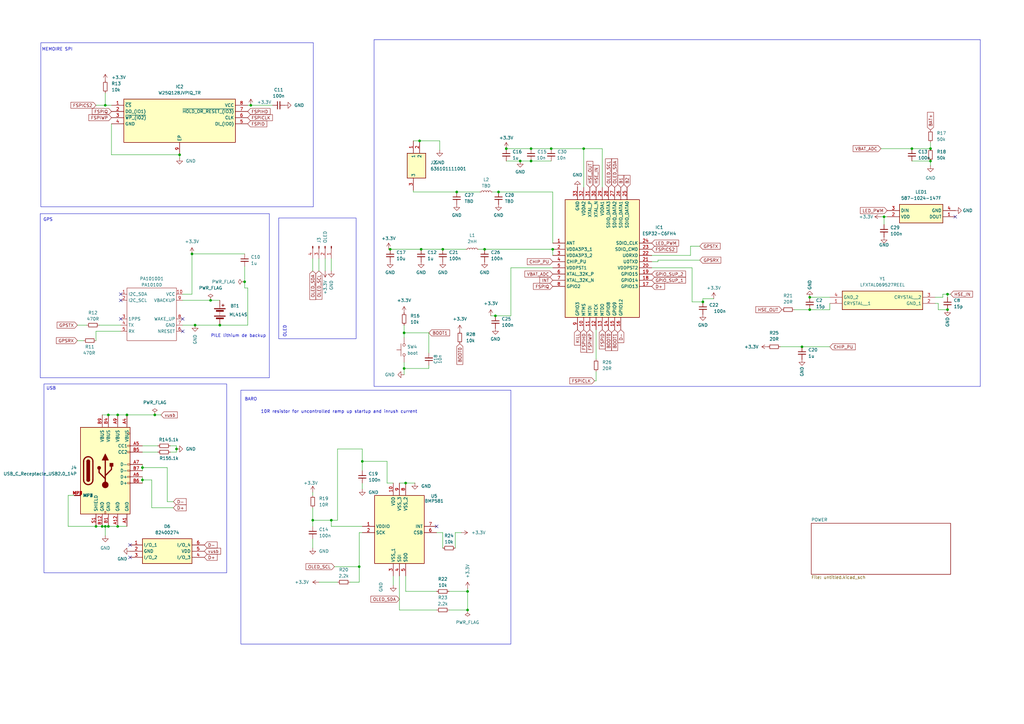
<source format=kicad_sch>
(kicad_sch (version 20250114) (generator "eeschema") (generator_version "9.0")
  (paper "A3")
  (rectangle (start 16.764 17.526) (end 128.524 84.836))
  (rectangle (start 114.3 138.938) (end 146.05 89.408))
  (rectangle (start 98.806 160.02) (end 209.55 264.16))
  (rectangle (start 16.51 87.63) (end 110.49 154.94))
  (rectangle (start 153.416 16.256) (end 402.082 158.496))
  (rectangle (start 18.034 157.48) (end 92.964 234.95))
  (text "10R resistor for uncontrolled ramp up startup and inrush current" (at 139.065 168.91 0) (effects (font (size 1.27 1.27))))
  (text "MEMOIRE SPI\n" (at 23.495 20.32 0) (effects (font (size 1.27 1.27))))
  (text "USB" (at 20.955 159.385 0) (effects (font (size 1.27 1.27))))
  (text "PILE lithium de backup" (at 97.79 137.795 0) (effects (font (size 1.27 1.27))))
  (text "BARO\n" (at 102.87 163.83 0) (effects (font (size 1.27 1.27))))
  (text "OLED" (at 116.84 135.89 90) (effects (font (size 1.27 1.27))))
  (text "GPS" (at 19.685 90.17 0) (effects (font (size 1.27 1.27))))
  (junction (at 381.635 60.96))
  (junction (at 160.02 102.235))
  (junction (at 239.395 60.96))
  (junction (at 48.26 215.9))
  (junction (at 72.39 184.15))
  (junction (at 388.62 120.65))
  (junction (at 172.72 102.235))
  (junction (at 191.77 250.19))
  (junction (at 44.45 215.9))
  (junction (at 100.33 115.57))
  (junction (at 217.805 60.96))
  (junction (at 78.74 104.14))
  (junction (at 165.735 151.13))
  (junction (at 102.87 43.18))
  (junction (at 58.42 191.77))
  (junction (at 187.325 78.74))
  (junction (at 86.36 123.19))
  (junction (at 63.5 170.18))
  (junction (at 226.695 102.235))
  (junction (at 41.91 215.9))
  (junction (at 80.01 133.35))
  (junction (at 374.015 60.96))
  (junction (at 362.585 88.9))
  (junction (at 191.77 242.57))
  (junction (at 203.2 129.54))
  (junction (at 207.645 60.96))
  (junction (at 204.47 78.74))
  (junction (at 43.18 43.18))
  (junction (at 43.18 215.9))
  (junction (at 226.06 60.96))
  (junction (at 48.26 170.18))
  (junction (at 166.37 198.12))
  (junction (at 58.42 196.85))
  (junction (at 198.755 102.235))
  (junction (at 135.89 213.36))
  (junction (at 165.735 136.525))
  (junction (at 147.32 232.41))
  (junction (at 332.105 121.92))
  (junction (at 217.805 66.04))
  (junction (at 39.37 215.9))
  (junction (at 288.29 123.825))
  (junction (at 172.085 57.785))
  (junction (at 213.36 66.04))
  (junction (at 388.62 127))
  (junction (at 148.59 189.23))
  (junction (at 90.17 133.35))
  (junction (at 44.45 170.18))
  (junction (at 332.105 127))
  (junction (at 73.66 63.5))
  (junction (at 328.93 142.24))
  (junction (at 52.07 170.18))
  (junction (at 128.27 213.36))
  (junction (at 381.635 66.04))
  (junction (at 181.61 102.235))
  (no_connect (at 49.53 120.65))
  (no_connect (at 49.53 123.19))
  (no_connect (at 391.795 88.9))
  (no_connect (at 53.34 228.6))
  (no_connect (at 49.53 130.81))
  (no_connect (at 74.93 135.89))
  (no_connect (at 53.34 223.52))
  (no_connect (at 179.07 215.9))
  (no_connect (at 74.93 130.81))
  (wire (pts (xy 181.61 102.235) (xy 191.135 102.235)))
  (wire (pts (xy 74.93 120.65) (xy 78.74 120.65)))
  (wire (pts (xy 381.635 58.42) (xy 381.635 60.96)))
  (wire (pts (xy 191.77 250.19) (xy 191.77 242.57)))
  (wire (pts (xy 384.81 127) (xy 388.62 127)))
  (wire (pts (xy 269.875 107.315) (xy 267.335 107.315)))
  (wire (pts (xy 374.015 66.04) (xy 381.635 66.04)))
  (wire (pts (xy 332.105 121.92) (xy 340.36 121.92)))
  (wire (pts (xy 39.37 215.9) (xy 41.91 215.9)))
  (wire (pts (xy 58.42 185.42) (xy 64.77 185.42)))
  (wire (pts (xy 186.69 224.79) (xy 186.69 218.44)))
  (wire (pts (xy 165.735 151.13) (xy 165.735 153.67)))
  (wire (pts (xy 128.27 208.28) (xy 128.27 213.36)))
  (wire (pts (xy 143.51 238.76) (xy 147.32 238.76)))
  (wire (pts (xy 361.315 60.96) (xy 374.015 60.96)))
  (wire (pts (xy 362.585 88.9) (xy 362.585 92.075)))
  (wire (pts (xy 169.545 57.785) (xy 172.085 57.785)))
  (wire (pts (xy 41.91 170.18) (xy 44.45 170.18)))
  (wire (pts (xy 45.72 63.5) (xy 45.72 50.8)))
  (wire (pts (xy 48.26 215.9) (xy 52.07 215.9)))
  (wire (pts (xy 68.58 205.74) (xy 68.58 191.77)))
  (wire (pts (xy 58.42 196.85) (xy 58.42 198.12)))
  (wire (pts (xy 184.15 250.19) (xy 191.77 250.19)))
  (wire (pts (xy 128.27 220.98) (xy 128.27 224.79)))
  (wire (pts (xy 288.29 122.555) (xy 292.735 122.555)))
  (wire (pts (xy 186.69 218.44) (xy 189.23 218.44)))
  (wire (pts (xy 133.35 111.125) (xy 133.35 106.045)))
  (wire (pts (xy 128.27 213.36) (xy 128.27 215.9)))
  (wire (pts (xy 386.715 121.92) (xy 383.54 121.92)))
  (wire (pts (xy 213.36 66.04) (xy 217.805 66.04)))
  (wire (pts (xy 161.29 236.22) (xy 161.29 240.03)))
  (wire (pts (xy 31.75 133.35) (xy 35.56 133.35)))
  (wire (pts (xy 69.85 182.88) (xy 72.39 182.88)))
  (wire (pts (xy 74.93 133.35) (xy 80.01 133.35)))
  (wire (pts (xy 283.845 109.855) (xy 267.335 109.855)))
  (wire (pts (xy 58.42 182.88) (xy 64.77 182.88)))
  (wire (pts (xy 44.45 170.18) (xy 48.26 170.18)))
  (wire (pts (xy 148.59 184.15) (xy 138.43 184.15)))
  (wire (pts (xy 135.89 111.125) (xy 135.89 106.045)))
  (wire (pts (xy 386.715 120.65) (xy 388.62 120.65)))
  (wire (pts (xy 100.33 115.57) (xy 100.33 118.11)))
  (wire (pts (xy 58.42 191.77) (xy 58.42 193.04)))
  (wire (pts (xy 40.64 133.35) (xy 49.53 133.35)))
  (wire (pts (xy 72.39 185.42) (xy 72.39 184.15)))
  (wire (pts (xy 384.81 124.46) (xy 384.81 127)))
  (wire (pts (xy 175.895 136.525) (xy 175.895 144.78)))
  (wire (pts (xy 175.895 149.86) (xy 175.895 151.13)))
  (wire (pts (xy 101.6 118.11) (xy 101.6 133.35)))
  (wire (pts (xy 325.755 127) (xy 332.105 127)))
  (wire (pts (xy 58.42 195.58) (xy 58.42 196.85)))
  (wire (pts (xy 39.37 135.89) (xy 49.53 135.89)))
  (wire (pts (xy 226.695 99.695) (xy 226.695 78.74)))
  (wire (pts (xy 130.81 238.76) (xy 138.43 238.76)))
  (wire (pts (xy 175.895 151.13) (xy 165.735 151.13)))
  (wire (pts (xy 148.59 215.9) (xy 135.89 215.9)))
  (wire (pts (xy 283.845 123.825) (xy 283.845 109.855)))
  (wire (pts (xy 181.61 218.44) (xy 179.07 218.44)))
  (wire (pts (xy 187.325 78.74) (xy 196.85 78.74)))
  (wire (pts (xy 43.18 43.18) (xy 43.18 38.1)))
  (wire (pts (xy 269.875 106.68) (xy 287.02 106.68)))
  (wire (pts (xy 239.395 60.96) (xy 239.395 76.835)))
  (wire (pts (xy 159.385 102.235) (xy 160.02 102.235)))
  (wire (pts (xy 78.74 120.65) (xy 78.74 104.14)))
  (wire (pts (xy 39.37 139.7) (xy 39.37 135.89)))
  (wire (pts (xy 209.55 109.855) (xy 209.55 129.54)))
  (wire (pts (xy 269.875 106.68) (xy 269.875 107.315)))
  (wire (pts (xy 100.33 109.22) (xy 100.33 115.57)))
  (wire (pts (xy 101.6 133.35) (xy 90.17 133.35)))
  (wire (pts (xy 163.83 250.19) (xy 179.07 250.19)))
  (wire (pts (xy 184.15 242.57) (xy 191.77 242.57)))
  (wire (pts (xy 181.61 224.79) (xy 181.61 218.44)))
  (wire (pts (xy 191.77 242.57) (xy 191.77 241.3)))
  (wire (pts (xy 340.36 127) (xy 340.36 124.46)))
  (wire (pts (xy 62.23 196.85) (xy 58.42 196.85)))
  (wire (pts (xy 74.93 123.19) (xy 86.36 123.19)))
  (wire (pts (xy 147.32 232.41) (xy 137.16 232.41)))
  (wire (pts (xy 158.75 189.23) (xy 148.59 189.23)))
  (wire (pts (xy 328.93 142.24) (xy 340.36 142.24)))
  (wire (pts (xy 169.545 78.74) (xy 169.545 78.105)))
  (wire (pts (xy 135.89 215.9) (xy 135.89 213.36)))
  (wire (pts (xy 388.62 120.65) (xy 389.89 120.65)))
  (wire (pts (xy 160.02 102.235) (xy 172.72 102.235)))
  (wire (pts (xy 43.18 215.9) (xy 43.18 219.71)))
  (wire (pts (xy 201.93 78.74) (xy 204.47 78.74)))
  (wire (pts (xy 148.59 198.12) (xy 148.59 200.66)))
  (wire (pts (xy 86.36 123.19) (xy 90.17 123.19)))
  (wire (pts (xy 165.735 133.35) (xy 165.735 136.525)))
  (wire (pts (xy 44.45 215.9) (xy 43.18 215.9)))
  (wire (pts (xy 226.695 109.855) (xy 209.55 109.855)))
  (wire (pts (xy 39.37 43.18) (xy 43.18 43.18)))
  (wire (pts (xy 320.04 142.24) (xy 328.93 142.24)))
  (wire (pts (xy 62.23 208.28) (xy 71.12 208.28)))
  (wire (pts (xy 244.475 156.21) (xy 243.84 156.21)))
  (wire (pts (xy 226.695 78.74) (xy 204.47 78.74)))
  (wire (pts (xy 226.695 102.235) (xy 226.695 104.775)))
  (wire (pts (xy 203.2 129.54) (xy 209.55 129.54)))
  (wire (pts (xy 388.62 120.65) (xy 388.62 121.92)))
  (wire (pts (xy 163.83 198.12) (xy 166.37 198.12)))
  (wire (pts (xy 148.59 189.23) (xy 148.59 193.04)))
  (wire (pts (xy 165.735 148.59) (xy 165.735 151.13)))
  (wire (pts (xy 244.475 152.4) (xy 244.475 156.21)))
  (wire (pts (xy 135.89 213.36) (xy 128.27 213.36)))
  (wire (pts (xy 217.805 60.96) (xy 226.06 60.96)))
  (wire (pts (xy 201.295 129.54) (xy 203.2 129.54)))
  (wire (pts (xy 267.335 104.775) (xy 283.21 104.775)))
  (wire (pts (xy 158.75 198.12) (xy 158.75 189.23)))
  (wire (pts (xy 68.58 205.74) (xy 71.12 205.74)))
  (wire (pts (xy 288.29 123.825) (xy 288.29 122.555)))
  (wire (pts (xy 244.475 135.255) (xy 244.475 147.32)))
  (wire (pts (xy 102.87 43.18) (xy 111.76 43.18)))
  (wire (pts (xy 27.94 203.2) (xy 30.48 203.2)))
  (wire (pts (xy 198.755 102.235) (xy 226.695 102.235)))
  (wire (pts (xy 166.37 198.12) (xy 170.18 198.12)))
  (wire (pts (xy 128.27 111.125) (xy 128.27 106.045)))
  (wire (pts (xy 69.85 185.42) (xy 72.39 185.42)))
  (wire (pts (xy 381.635 67.945) (xy 381.635 66.04)))
  (wire (pts (xy 27.94 215.9) (xy 27.94 203.2)))
  (wire (pts (xy 169.545 78.74) (xy 187.325 78.74)))
  (wire (pts (xy 148.59 218.44) (xy 147.32 218.44)))
  (wire (pts (xy 332.105 127) (xy 340.36 127)))
  (wire (pts (xy 138.43 184.15) (xy 138.43 213.36)))
  (wire (pts (xy 161.29 198.12) (xy 158.75 198.12)))
  (wire (pts (xy 78.74 104.14) (xy 100.33 104.14)))
  (wire (pts (xy 165.735 136.525) (xy 175.895 136.525)))
  (wire (pts (xy 247.015 60.96) (xy 239.395 60.96)))
  (wire (pts (xy 73.66 63.5) (xy 73.66 64.77)))
  (wire (pts (xy 166.37 236.22) (xy 166.37 242.57)))
  (wire (pts (xy 43.18 215.9) (xy 41.91 215.9)))
  (wire (pts (xy 383.54 124.46) (xy 384.81 124.46)))
  (wire (pts (xy 207.645 60.96) (xy 217.805 60.96)))
  (wire (pts (xy 100.33 118.11) (xy 101.6 118.11)))
  (wire (pts (xy 207.645 66.04) (xy 213.36 66.04)))
  (wire (pts (xy 147.32 238.76) (xy 147.32 232.41)))
  (wire (pts (xy 27.94 215.9) (xy 39.37 215.9)))
  (wire (pts (xy 45.72 43.18) (xy 43.18 43.18)))
  (wire (pts (xy 166.37 242.57) (xy 179.07 242.57)))
  (wire (pts (xy 247.015 60.96) (xy 247.015 76.835)))
  (wire (pts (xy 386.715 120.65) (xy 386.715 121.92)))
  (wire (pts (xy 31.75 139.7) (xy 34.29 139.7)))
  (wire (pts (xy 102.87 43.18) (xy 101.6 43.18)))
  (wire (pts (xy 283.21 104.775) (xy 283.21 100.965)))
  (wire (pts (xy 58.42 190.5) (xy 58.42 191.77)))
  (wire (pts (xy 361.315 88.9) (xy 362.585 88.9)))
  (wire (pts (xy 163.83 236.22) (xy 163.83 250.19)))
  (wire (pts (xy 172.085 57.785) (xy 180.34 57.785)))
  (wire (pts (xy 226.06 60.96) (xy 239.395 60.96)))
  (wire (pts (xy 138.43 213.36) (xy 135.89 213.36)))
  (wire (pts (xy 196.215 102.235) (xy 198.755 102.235)))
  (wire (pts (xy 68.58 191.77) (xy 58.42 191.77)))
  (wire (pts (xy 148.59 184.15) (xy 148.59 189.23)))
  (wire (pts (xy 362.585 88.9) (xy 363.855 88.9)))
  (wire (pts (xy 130.81 111.125) (xy 130.81 106.045)))
  (wire (pts (xy 165.735 138.43) (xy 165.735 136.525)))
  (wire (pts (xy 73.66 63.5) (xy 45.72 63.5)))
  (wire (pts (xy 374.015 60.96) (xy 381.635 60.96)))
  (wire (pts (xy 72.39 182.88) (xy 72.39 184.15)))
  (wire (pts (xy 172.72 102.235) (xy 181.61 102.235)))
  (wire (pts (xy 217.805 66.04) (xy 226.06 66.04)))
  (wire (pts (xy 48.26 170.18) (xy 52.07 170.18)))
  (wire (pts (xy 180.34 57.785) (xy 180.34 61.595)))
  (wire (pts (xy 283.845 123.825) (xy 288.29 123.825)))
  (wire (pts (xy 62.23 208.28) (xy 62.23 196.85)))
  (wire (pts (xy 80.01 133.35) (xy 90.17 133.35)))
  (wire (pts (xy 128.27 201.93) (xy 128.27 203.2)))
  (wire (pts (xy 52.07 170.18) (xy 63.5 170.18)))
  (wire (pts (xy 63.5 170.18) (xy 66.04 170.18)))
  (wire (pts (xy 283.21 100.965) (xy 287.02 100.965)))
  (wire (pts (xy 147.32 218.44) (xy 147.32 232.41)))
  (wire (pts (xy 48.26 215.9) (xy 44.45 215.9)))
  (global_label "OLED_SCL" (shape input) (at 137.16 232.41 180) (property "Intersheetrefs" "${INTERSHEET_REFS}" (effects (hide yes))))
  (global_label "LED_PWM" (shape input) (at 267.335 99.695 0) (property "Intersheetrefs" "${INTERSHEET_REFS}" (effects (hide yes))))
  (global_label "INT" (shape input) (at 226.695 114.935 180) (property "Intersheetrefs" "${INTERSHEET_REFS}" (effects (hide yes))))
  (global_label "vusb" (shape input) (at 83.82 226.06 0) (property "Intersheetrefs" "${INTERSHEET_REFS}" (effects (hide yes))))
  (global_label "GPSRX" (shape input) (at 31.75 139.7 180) (property "Intersheetrefs" "${INTERSHEET_REFS}" (effects (hide yes))))
  (global_label "vusb" (shape input) (at 66.04 170.18 0) (property "Intersheetrefs" "${INTERSHEET_REFS}" (effects (hide yes))))
  (global_label "GPIO_SUP_2" (shape input) (at 267.335 112.395 0) (property "Intersheetrefs" "${INTERSHEET_REFS}" (effects (hide yes))))
  (global_label "BOOT0" (shape input) (at 249.555 135.255 270) (property "Intersheetrefs" "${INTERSHEET_REFS}" (effects (hide yes))))
  (global_label "CHIP_PU" (shape input) (at 226.695 107.315 180) (property "Intersheetrefs" "${INTERSHEET_REFS}" (effects (hide yes))))
  (global_label "OLED_SCL" (shape input) (at 130.81 111.125 270) (property "Intersheetrefs" "${INTERSHEET_REFS}" (effects (hide yes))))
  (global_label "B1" (shape input) (at 254.635 76.835 90) (property "Intersheetrefs" "${INTERSHEET_REFS}" (effects (hide yes))))
  (global_label "B2" (shape input) (at 257.175 76.835 90) (property "Intersheetrefs" "${INTERSHEET_REFS}" (effects (hide yes))))
  (global_label "FSPIHD" (shape input) (at 101.6 45.72 0) (property "Intersheetrefs" "${INTERSHEET_REFS}" (effects (hide yes))))
  (global_label "GPSTX" (shape input) (at 287.02 100.965 0) (property "Intersheetrefs" "${INTERSHEET_REFS}" (effects (hide yes))))
  (global_label "OLED_SDA" (shape input) (at 252.095 76.835 90) (property "Intersheetrefs" "${INTERSHEET_REFS}" (effects (hide yes))))
  (global_label "BOOT0" (shape input) (at 188.595 140.97 270) (property "Intersheetrefs" "${INTERSHEET_REFS}" (effects (hide yes))))
  (global_label "FSPIWP" (shape input) (at 241.935 135.255 270) (property "Intersheetrefs" "${INTERSHEET_REFS}" (effects (hide yes))))
  (global_label "FSPIWP" (shape input) (at 45.72 48.26 180) (property "Intersheetrefs" "${INTERSHEET_REFS}" (effects (hide yes))))
  (global_label "VBAT_ADC" (shape input) (at 361.315 60.96 180) (property "Intersheetrefs" "${INTERSHEET_REFS}" (effects (hide yes))))
  (global_label "FSPID" (shape input) (at 101.6 50.8 0) (property "Intersheetrefs" "${INTERSHEET_REFS}" (effects (hide yes))))
  (global_label "D-" (shape input) (at 254.635 135.255 270) (property "Intersheetrefs" "${INTERSHEET_REFS}" (effects (hide yes))))
  (global_label "FSPICS2" (shape input) (at 267.335 102.235 0) (property "Intersheetrefs" "${INTERSHEET_REFS}" (effects (hide yes))))
  (global_label "FSPIQ" (shape input) (at 45.72 45.72 180) (property "Intersheetrefs" "${INTERSHEET_REFS}" (effects (hide yes))))
  (global_label "BAT+" (shape input) (at 381.635 53.34 90) (property "Intersheetrefs" "${INTERSHEET_REFS}" (effects (hide yes))))
  (global_label "KILL" (shape input) (at 236.855 135.255 270) (property "Intersheetrefs" "${INTERSHEET_REFS}" (effects (hide yes))))
  (global_label "OLED_SCL" (shape input) (at 249.555 76.835 90) (property "Intersheetrefs" "${INTERSHEET_REFS}" (effects (hide yes))))
  (global_label "HSE_IN" (shape input) (at 389.89 120.65 0) (property "Intersheetrefs" "${INTERSHEET_REFS}" (effects (hide yes))))
  (global_label "D-" (shape input) (at 83.82 223.52 0) (property "Intersheetrefs" "${INTERSHEET_REFS}" (effects (hide yes))))
  (global_label "FSPICS2" (shape input) (at 39.37 43.18 180) (property "Intersheetrefs" "${INTERSHEET_REFS}" (effects (hide yes))))
  (global_label "CHIP_PU" (shape input) (at 340.36 142.24 0) (property "Intersheetrefs" "${INTERSHEET_REFS}" (effects (hide yes))))
  (global_label "FSPICLK" (shape input) (at 101.6 48.26 0) (property "Intersheetrefs" "${INTERSHEET_REFS}" (effects (hide yes))))
  (global_label "LED_PWM" (shape input) (at 363.855 86.36 180) (property "Intersheetrefs" "${INTERSHEET_REFS}" (effects (hide yes))))
  (global_label "HSE_OUT" (shape input) (at 320.675 127 180) (property "Intersheetrefs" "${INTERSHEET_REFS}" (effects (hide yes))))
  (global_label "FSPID" (shape input) (at 247.015 135.255 270) (property "Intersheetrefs" "${INTERSHEET_REFS}" (effects (hide yes))))
  (global_label "GPSRX" (shape input) (at 287.02 106.68 0) (property "Intersheetrefs" "${INTERSHEET_REFS}" (effects (hide yes))))
  (global_label "GPSTX" (shape input) (at 31.75 133.35 180) (property "Intersheetrefs" "${INTERSHEET_REFS}" (effects (hide yes))))
  (global_label "BOOT1" (shape input) (at 252.095 135.255 270) (property "Intersheetrefs" "${INTERSHEET_REFS}" (effects (hide yes))))
  (global_label "GPIO_SUP_1" (shape input) (at 267.335 114.935 0) (property "Intersheetrefs" "${INTERSHEET_REFS}" (effects (hide yes))))
  (global_label "D+" (shape input) (at 71.12 208.28 0) (property "Intersheetrefs" "${INTERSHEET_REFS}" (effects (hide yes))))
  (global_label "FSPICLK" (shape input) (at 243.84 156.21 180) (property "Intersheetrefs" "${INTERSHEET_REFS}" (effects (hide yes))))
  (global_label "D-" (shape input) (at 71.12 205.74 0) (property "Intersheetrefs" "${INTERSHEET_REFS}" (effects (hide yes))))
  (global_label "BOOT1" (shape input) (at 175.895 136.525 0) (property "Intersheetrefs" "${INTERSHEET_REFS}" (effects (hide yes))))
  (global_label "OLED_SDA" (shape input) (at 128.27 111.125 270) (property "Intersheetrefs" "${INTERSHEET_REFS}" (effects (hide yes))))
  (global_label "VBAT_ADC" (shape input) (at 226.695 112.395 180) (property "Intersheetrefs" "${INTERSHEET_REFS}" (effects (hide yes))))
  (global_label "D+" (shape input) (at 83.82 228.6 0) (property "Intersheetrefs" "${INTERSHEET_REFS}" (effects (hide yes))))
  (global_label "HSE_IN" (shape input) (at 244.475 76.835 90) (property "Intersheetrefs" "${INTERSHEET_REFS}" (effects (hide yes))))
  (global_label "HSE_OUT" (shape input) (at 241.935 76.835 90) (property "Intersheetrefs" "${INTERSHEET_REFS}" (effects (hide yes))))
  (global_label "FSPIHD" (shape input) (at 239.395 135.255 270) (property "Intersheetrefs" "${INTERSHEET_REFS}" (effects (hide yes))))
  (global_label "D+" (shape input) (at 267.335 117.475 0) (property "Intersheetrefs" "${INTERSHEET_REFS}" (effects (hide yes))))
  (global_label "OLED_SDA" (shape input) (at 163.83 245.745 180) (property "Intersheetrefs" "${INTERSHEET_REFS}" (effects (hide yes))))
  (global_label "FSPIQ" (shape input) (at 226.695 117.475 180) (property "Intersheetrefs" "${INTERSHEET_REFS}" (effects (hide yes))))
  (symbol (lib_id "Device:R_Small") (at 181.61 242.57 90) (unit 1)
    (property "Reference" "R22" (at 181.61 237.49 90))
    (property "Value" "10k" (at 181.61 240.03 90))
    (property "Footprint" "Resistor_SMD:R_0201_0603Metric" (effects (hide yes)))
    (property "Description" "Resistor, small symbol" (effects (hide yes)))
  )
  (symbol (lib_id "Device:C_Small") (at 114.3 43.18 90) (unit 1)
    (property "Reference" "C11" (at 114.3063 36.83 90))
    (property "Value" "100n" (at 114.3063 39.37 90))
    (property "Footprint" "Capacitor_SMD:C_0201_0603Metric" (effects (hide yes)))
    (property "Description" "Unpolarized capacitor, small symbol" (effects (hide yes)))
  )
  (symbol (lib_id "Device:C_Small") (at 374.015 63.5 0) (unit 1)
    (property "Reference" "C13" (at 376.555 62.2362 0) (effects (justify left)))
    (property "Value" "100n" (at 376.555 64.7762 0) (effects (justify left)))
    (property "Footprint" "Capacitor_SMD:C_0201_0603Metric" (effects (hide yes)))
    (property "Description" "Unpolarized capacitor, small symbol" (effects (hide yes)))
  )
  (symbol (lib_id "Vraielogousbcwurth:USB_C_Receptacle_USB2.0_14P") (at 43.18 193.04 0) (unit 1)
    (property "Reference" "J4" (at 31.496 191.7699 0) (effects (justify right)))
    (property "Value" "USB_C_Receptacle_USB2.0_14P" (at 31.496 194.3099 0) (effects (justify right)))
    (property "Footprint" "samacsys:USB4110GFA" (effects (hide yes)))
    (property "Datasheet" "https://www.usb.org/sites/default/files/documents/usb_type-c.zip" (effects (hide yes)))
    (property "Description" "USB 2.0-only 14P Type-C Receptacle connector" (effects (hide yes)))
  )
  (symbol (lib_id "Device:C_Small") (at 332.105 124.46 0) (unit 1)
    (property "Reference" "C2" (at 334.645 123.1962 0) (effects (justify left)))
    (property "Value" "15p" (at 334.645 125.7362 0) (effects (justify left)))
    (property "Footprint" "Capacitor_SMD:C_0201_0603Metric" (effects (hide yes)))
    (property "Description" "Unpolarized capacitor, small symbol" (effects (hide yes)))
  )
  (symbol (lib_id "power:GND") (at 161.29 240.03 0) (unit 1)
    (property "Reference" "#PWR048" (effects (hide yes)))
    (property "Value" "GND" (at 156.21 242.824 90) (effects (justify left)))
    (property "Description" "Power symbol creates a global label with name \"GND\" , ground" (effects (hide yes)))
  )
  (symbol (lib_id "power:+3.3V") (at 189.23 218.44 270) (unit 1)
    (property "Reference" "#PWR052" (effects (hide yes)))
    (property "Value" "+3.3V" (at 193.294 218.44 90) (effects (justify left)))
    (property "Description" "Power symbol creates a global label with name \"+3.3V\"" (effects (hide yes)))
  )
  (symbol (lib_id "power:GND") (at 391.795 86.36 90) (unit 1)
    (property "Reference" "#PWR062" (effects (hide yes)))
    (property "Value" "GND" (at 396.875 86.36 90))
    (property "Description" "Power symbol creates a global label with name \"GND\" , ground" (effects (hide yes)))
  )
  (symbol (lib_id "Device:C_Small") (at 328.93 144.78 0) (unit 1)
    (property "Reference" "C20" (at 331.47 143.5162 0) (effects (justify left)))
    (property "Value" "1u" (at 331.47 146.0562 0) (effects (justify left)))
    (property "Footprint" "Capacitor_SMD:C_0402_1005Metric" (effects (hide yes)))
    (property "Description" "Unpolarized capacitor, small symbol" (effects (hide yes)))
  )
  (symbol (lib_id "power:GND") (at 236.855 76.835 180) (unit 1)
    (property "Reference" "#PWR079" (effects (hide yes)))
    (property "Value" "GND" (at 236.855 71.755 0))
    (property "Description" "Power symbol creates a global label with name \"GND\" , ground" (effects (hide yes)))
  )
  (symbol (lib_id "Device:R_Small") (at 140.97 238.76 90) (unit 1)
    (property "Reference" "R20" (at 140.97 233.68 90))
    (property "Value" "2.2k" (at 140.97 236.22 90))
    (property "Footprint" "Resistor_SMD:R_0201_0603Metric" (effects (hide yes)))
    (property "Description" "Resistor, small symbol" (effects (hide yes)))
  )
  (symbol (lib_id "power:GND") (at 187.325 83.82 0) (unit 1)
    (property "Reference" "#PWR041" (effects (hide yes)))
    (property "Value" "GND" (at 187.325 88.265 0))
    (property "Description" "Power symbol creates a global label with name \"GND\" , ground" (effects (hide yes)))
  )
  (symbol (lib_id "power:GND") (at 332.105 121.92 180) (unit 1)
    (property "Reference" "#PWR069" (effects (hide yes)))
    (property "Value" "GND" (at 332.105 116.84 90))
    (property "Description" "Power symbol creates a global label with name \"GND\" , ground" (effects (hide yes)))
  )
  (symbol (lib_id "Device:R_Small") (at 165.735 130.81 0) (unit 1)
    (property "Reference" "R16" (at 168.275 129.5399 0) (effects (justify left)))
    (property "Value" "10k" (at 168.275 132.0799 0) (effects (justify left)))
    (property "Footprint" "Resistor_SMD:R_0201_0603Metric" (effects (hide yes)))
    (property "Description" "Resistor, small symbol" (effects (hide yes)))
  )
  (symbol (lib_id "Device:R_Small") (at 128.27 205.74 0) (unit 1)
    (property "Reference" "R19" (at 130.81 204.4699 0) (effects (justify left)))
    (property "Value" "10R" (at 130.81 207.0099 0) (effects (justify left)))
    (property "Footprint" "Resistor_SMD:R_0201_0603Metric" (effects (hide yes)))
    (property "Description" "Resistor, small symbol" (effects (hide yes)))
  )
  (symbol (lib_id "power:GND") (at 381.635 67.945 0) (unit 1)
    (property "Reference" "#PWR032" (effects (hide yes)))
    (property "Value" "GND" (at 381.635 73.025 0))
    (property "Description" "Power symbol creates a global label with name \"GND\" , ground" (effects (hide yes)))
  )
  (symbol (lib_id "power:GND") (at 181.61 107.315 0) (unit 1)
    (property "Reference" "#PWR038" (effects (hide yes)))
    (property "Value" "GND" (at 181.61 111.76 0))
    (property "Description" "Power symbol creates a global label with name \"GND\" , ground" (effects (hide yes)))
  )
  (symbol (lib_id "power:PWR_FLAG") (at 100.33 115.57 90) (unit 1)
    (property "Reference" "#FLG03" (effects (hide yes)))
    (property "Value" "PWR_FLAG" (at 96.52 115.5699 90) (effects (justify left)))
    (property "Description" "Special symbol for telling ERC where power comes from" (effects (hide yes)))
  )
  (symbol (lib_id "Device:C_Small") (at 172.72 104.775 0) (unit 1)
    (property "Reference" "C12" (at 175.26 103.5112 0) (effects (justify left)))
    (property "Value" "1u" (at 175.26 106.0512 0) (effects (justify left)))
    (property "Footprint" "Capacitor_SMD:C_0402_1005Metric" (effects (hide yes)))
    (property "Description" "Unpolarized capacitor, small symbol" (effects (hide yes)))
  )
  (symbol (lib_id "Device:R_Small") (at 36.83 139.7 270) (unit 1)
    (property "Reference" "R11" (at 36.83 142.24 90))
    (property "Value" "470R" (at 36.576 144.78 90))
    (property "Footprint" "Resistor_SMD:R_0201_0603Metric" (effects (hide yes)))
    (property "Description" "Resistor, small symbol" (effects (hide yes)))
  )
  (symbol (lib_id "Device:R_Small") (at 244.475 149.86 180) (unit 1)
    (property "Reference" "R26" (at 247.015 148.5899 0) (effects (justify right)))
    (property "Value" "20R" (at 247.015 151.1299 0) (effects (justify right)))
    (property "Footprint" "Resistor_SMD:R_0201_0603Metric" (effects (hide yes)))
    (property "Description" "Resistor, small symbol" (effects (hide yes)))
  )
  (symbol (lib_id "Device:R_Small") (at 67.31 185.42 90) (unit 1)
    (property "Reference" "R15" (at 67.31 187.96 90))
    (property "Value" "5.1k" (at 71.12 187.96 90))
    (property "Footprint" "Resistor_SMD:R_0201_0603Metric" (effects (hide yes)))
    (property "Description" "Resistor, small symbol" (effects (hide yes)))
  )
  (symbol (lib_id "power:GND") (at 362.585 97.155 0) (unit 1)
    (property "Reference" "#PWR063" (effects (hide yes)))
    (property "Value" "GND" (at 362.585 100.457 0))
    (property "Description" "Power symbol creates a global label with name \"GND\" , ground" (effects (hide yes)))
  )
  (symbol (lib_id "power:GND") (at 388.62 127 0) (unit 1)
    (property "Reference" "#PWR068" (effects (hide yes)))
    (property "Value" "GND" (at 388.62 132.08 90))
    (property "Description" "Power symbol creates a global label with name \"GND\" , ground" (effects (hide yes)))
  )
  (symbol (lib_id "power:+3.3V") (at 188.595 135.89 0) (unit 1)
    (property "Reference" "#PWR072" (effects (hide yes)))
    (property "Value" "+3.3V" (at 188.595 130.81 0))
    (property "Description" "Power symbol creates a global label with name \"+3.3V\"" (effects (hide yes)))
  )
  (symbol (lib_id "Device:R_Small") (at 67.31 182.88 90) (unit 1)
    (property "Reference" "R14" (at 67.056 180.34 90))
    (property "Value" "5.1k" (at 71.12 180.34 90))
    (property "Footprint" "Resistor_SMD:R_0201_0603Metric" (effects (hide yes)))
    (property "Description" "Resistor, small symbol" (effects (hide yes)))
  )
  (symbol (lib_id "Device:C_Small") (at 175.895 147.32 180) (unit 1)
    (property "Reference" "C18" (at 178.689 147.32 90))
    (property "Value" "10n" (at 180.467 147.32 90))
    (property "Footprint" "Capacitor_SMD:C_0201_0603Metric" (effects (hide yes)))
    (property "Description" "Unpolarized capacitor, small symbol" (effects (hide yes)))
  )
  (symbol (lib_id "power:GND") (at 116.84 43.18 90) (unit 1)
    (property "Reference" "#PWR023" (effects (hide yes)))
    (property "Value" "GND" (at 120.65 43.1799 90) (effects (justify right)))
    (property "Description" "Power symbol creates a global label with name \"GND\" , ground" (effects (hide yes)))
  )
  (symbol (lib_id "power:GND") (at 170.18 198.12 0) (unit 1)
    (property "Reference" "#PWR051" (effects (hide yes)))
    (property "Value" "GND" (at 172.72 199.3899 0) (effects (justify left)))
    (property "Description" "Power symbol creates a global label with name \"GND\" , ground" (effects (hide yes)))
  )
  (symbol (lib_id "Device:C_Small") (at 288.29 126.365 0) (unit 1)
    (property "Reference" "C22" (at 290.83 125.1012 0) (effects (justify left)))
    (property "Value" "100n" (at 292.735 127.6412 0) (effects (justify left)))
    (property "Footprint" "Capacitor_SMD:C_0201_0603Metric" (effects (hide yes)))
    (property "Description" "Unpolarized capacitor, small symbol" (effects (hide yes)))
  )
  (symbol (lib_id "power:+3.3V") (at 130.81 238.76 90) (unit 1)
    (property "Reference" "#PWR035" (effects (hide yes)))
    (property "Value" "+3.3V" (at 126.746 238.76 90) (effects (justify left)))
    (property "Description" "Power symbol creates a global label with name \"+3.3V\"" (effects (hide yes)))
  )
  (symbol (lib_id "Device:R_Small") (at 381.635 55.88 0) (unit 1)
    (property "Reference" "R17" (at 384.175 54.6099 0) (effects (justify left)))
    (property "Value" "50k" (at 384.175 57.1499 0) (effects (justify left)))
    (property "Footprint" "Resistor_SMD:R_0201_0603Metric" (effects (hide yes)))
    (property "Description" "Resistor, small symbol" (effects (hide yes)))
  )
  (symbol (lib_id "power:GND") (at 128.27 224.79 0) (unit 1)
    (property "Reference" "#PWR034" (effects (hide yes)))
    (property "Value" "GND" (at 130.81 226.0599 0) (effects (justify left)))
    (property "Description" "Power symbol creates a global label with name \"GND\" , ground" (effects (hide yes)))
  )
  (symbol (lib_id "Device:R_Small") (at 181.61 250.19 90) (unit 1)
    (property "Reference" "R23" (at 181.61 245.11 90))
    (property "Value" "2.2k" (at 181.61 247.65 90))
    (property "Footprint" "Resistor_SMD:R_0201_0603Metric" (effects (hide yes)))
    (property "Description" "Resistor, small symbol" (effects (hide yes)))
  )
  (symbol (lib_id "power:+3.3V") (at 361.315 88.9 90) (unit 1)
    (property "Reference" "#PWR047" (effects (hide yes)))
    (property "Value" "+3.3V" (at 355.219 88.9 90))
    (property "Description" "Power symbol creates a global label with name \"+3.3V\"" (effects (hide yes)))
  )
  (symbol (lib_id "Device:L_Small") (at 193.675 102.235 90) (unit 1)
    (property "Reference" "L1" (at 193.675 96.52 90))
    (property "Value" "2nH" (at 193.675 99.06 90))
    (property "Footprint" "Inductor_SMD:L_0402_1005Metric" (effects (hide yes)))
    (property "Description" "Inductor, small symbol" (effects (hide yes)))
  )
  (symbol (lib_id "power:GND") (at 148.59 200.66 0) (unit 1)
    (property "Reference" "#PWR037" (effects (hide yes)))
    (property "Value" "GND" (at 151.13 201.9299 0) (effects (justify left)))
    (property "Description" "Power symbol creates a global label with name \"GND\" , ground" (effects (hide yes)))
  )
  (symbol (lib_id "Device:C_Small") (at 362.585 94.615 0) (unit 1)
    (property "Reference" "C29" (at 365.125 93.3512 0) (effects (justify left)))
    (property "Value" "100n" (at 365.125 95.8912 0) (effects (justify left)))
    (property "Footprint" "Capacitor_SMD:C_0201_0603Metric" (effects (hide yes)))
    (property "Description" "Unpolarized capacitor, small symbol" (effects (hide yes)))
  )
  (symbol (lib_id "power:+3.3V") (at 314.96 142.24 90) (unit 1)
    (property "Reference" "#PWR071" (effects (hide yes)))
    (property "Value" "+3.3V" (at 311.15 142.2399 90) (effects (justify left)))
    (property "Description" "Power symbol creates a global label with name \"+3.3V\"" (effects (hide yes)))
  )
  (symbol (lib_id "samacsys:LFXTAL069527REEL") (at 340.36 121.92 0) (unit 1)
    (property "Reference" "Y1" (at 361.95 114.3 0))
    (property "Value" "LFXTAL069527REEL" (at 361.95 116.84 0))
    (property "Footprint" "samacsys:LFXTAL069527REEL" (effects (hide yes)))
    (property "Datasheet" "https://www.mouser.de/datasheet/2/741/LFXTAL069527Reel-940593.pdf" (effects (hide yes)))
    (property "Description" "Crystal 40MHz +/-15ppm (Tol) +/-15ppm (Stability) 8pF FUND 100Ohm 4-Pin CSMD T/R" (effects (hide yes)))
    (property "Height" "0.4" (effects (hide yes)))
    (property "Manufacturer_Name" "IQD" (effects (hide yes)))
    (property "Manufacturer_Part_Number" "LFXTAL069527REEL" (effects (hide yes)))
  )
  (symbol (lib_id "samacsys:82400274") (at 53.34 223.52 0) (unit 1)
    (property "Reference" "D6" (at 68.58 215.9 0))
    (property "Value" "82400274" (at 68.58 218.44 0))
    (property "Footprint" "samacsys:SOT65P210X110-6N" (effects (hide yes)))
    (property "Datasheet" "https://katalog.we-online.com/pbs/datasheet/82400274.pdf" (effects (hide yes)))
    (property "Description" "TVS Diode Array WE-TVS 4-Ch+VDD 5V SC70 Wurth Elektronik 82400274, Quad Uni-Directional TVS Diode Array, 6-Pin SC-70" (effects (hide yes)))
    (property "Height" "1.1" (effects (hide yes)))
    (property "Mouser Part Number" "710-82400274" (effects (hide yes)))
    (property "Mouser Price/Stock" "https://www.mouser.co.uk/ProductDetail/Wurth-Elektronik/82400274?qs=2kOmHSv6VfQD871MY%252BLLLQ%3D%3D" (effects (hide yes)))
    (property "Manufacturer_Name" "Wurth Elektronik" (effects (hide yes)))
    (property "Manufacturer_Part_Number" "82400274" (effects (hide yes)))
  )
  (symbol (lib_id "power:+3.3V") (at 128.27 201.93 0) (unit 1)
    (property "Reference" "#PWR033" (effects (hide yes)))
    (property "Value" "+3.3V" (at 124.46 198.12 0) (effects (justify left)))
    (property "Description" "Power symbol creates a global label with name \"+3.3V\"" (effects (hide yes)))
  )
  (symbol (lib_id "power:GND") (at 180.34 61.595 0) (unit 1)
    (property "Reference" "#PWR043" (effects (hide yes)))
    (property "Value" "GND" (at 180.34 66.675 0))
    (property "Description" "Power symbol creates a global label with name \"GND\" , ground" (effects (hide yes)))
  )
  (symbol (lib_id "Device:L_Small") (at 199.39 78.74 90) (unit 1)
    (property "Reference" "L2" (at 199.39 73.66 90))
    (property "Value" "TBD" (at 199.39 76.2 90))
    (property "Footprint" "Inductor_SMD:L_0402_1005Metric" (effects (hide yes)))
    (property "Description" "Inductor, small symbol" (effects (hide yes)))
  )
  (symbol (lib_id "power:GND") (at 288.29 128.905 0) (unit 1)
    (property "Reference" "#PWR049" (effects (hide yes)))
    (property "Value" "GND" (at 288.29 133.35 0))
    (property "Description" "Power symbol creates a global label with name \"GND\" , ground" (effects (hide yes)))
  )
  (symbol (lib_id "power:GND") (at 172.72 107.315 0) (unit 1)
    (property "Reference" "#PWR039" (effects (hide yes)))
    (property "Value" "GND" (at 172.72 111.76 0))
    (property "Description" "Power symbol creates a global label with name \"GND\" , ground" (effects (hide yes)))
  )
  (symbol (lib_id "Device:C_Small") (at 160.02 104.775 0) (unit 1)
    (property "Reference" "C17" (at 162.56 103.5112 0) (effects (justify left)))
    (property "Value" "10u" (at 162.56 106.0512 0) (effects (justify left)))
    (property "Footprint" "Capacitor_SMD:C_0402_1005Metric" (effects (hide yes)))
    (property "Description" "Unpolarized capacitor, small symbol" (effects (hide yes)))
  )
  (symbol (lib_id "Device:R_Small") (at 381.635 63.5 0) (unit 1)
    (property "Reference" "R18" (at 384.175 62.2299 0) (effects (justify left)))
    (property "Value" "50k" (at 384.175 64.7699 0) (effects (justify left)))
    (property "Footprint" "Resistor_SMD:R_0201_0603Metric" (effects (hide yes)))
    (property "Description" "Resistor, small symbol" (effects (hide yes)))
  )
  (symbol (lib_id "Device:C_Small") (at 148.59 195.58 0) (unit 1)
    (property "Reference" "C19" (at 151.13 194.3162 0) (effects (justify left)))
    (property "Value" "100n" (at 151.13 196.8562 0) (effects (justify left)))
    (property "Footprint" "Capacitor_SMD:C_0201_0603Metric" (effects (hide yes)))
    (property "Description" "Unpolarized capacitor, small symbol" (effects (hide yes)))
  )
  (symbol (lib_id "samacsys:ESP32-C6FH4") (at 226.695 99.695 0) (unit 1)
    (property "Reference" "IC1" (at 270.383 93.2748 0))
    (property "Value" "ESP32-C6FH4" (at 270.383 95.8148 0))
    (property "Footprint" "samacsys:QFN50P500X500X90-33N" (effects (hide yes)))
    (property "Datasheet" "https://www.mouser.ch/ProductDetail/Espressif-Systems/ESP32-C6FH4?qs=sGAEpiMZZMu3sxpa5v1qriveB5Rxa06Y9iJOmwW58jU%3D" (effects (hide yes)))
    (property "Description" "Multiprotocol Modules SMD IC ESP32-C6FH4, RISC-V single-core MCU, 2.4G Wi-Fi 6 & BLE 5.0 combo, 4 MB flash, QFN 32-pin," (effects (hide yes)))
    (property "Height" "0.9" (effects (hide yes)))
    (property "Manufacturer_Name" "Espressif Systems" (effects (hide yes)))
    (property "Manufacturer_Part_Number" "ESP32-C6FH4" (effects (hide yes)))
    (property "Mouser Part Number" "356-ESP32-C6FH4" (effects (hide yes)))
    (property "Mouser Price/Stock" "https://www.mouser.co.uk/ProductDetail/Espressif-Systems/ESP32-C6FH4?qs=Imq1NPwxi77uZvg%252BuAIiXA%3D%3D" (effects (hide yes)))
  )
  (symbol (lib_id "power:GND") (at 72.39 184.15 90) (unit 1)
    (property "Reference" "#PWR025" (effects (hide yes)))
    (property "Value" "GND" (at 76.2 184.1499 90) (effects (justify right)))
    (property "Description" "Power symbol creates a global label with name \"GND\" , ground" (effects (hide yes)))
  )
  (symbol (lib_id "bmp581:BMP581") (at 148.59 215.9 0) (unit 1)
    (property "Reference" "U5" (at 178.054 203.454 0))
    (property "Value" "BMP581" (at 178.054 205.486 0))
    (property "Footprint" "BMP581:BMP581" (effects (hide yes)))
    (property "Datasheet" "https://www.bosch-sensortec.com/media/boschsensortec/downloads/datasheets/bst-bmp581-ds004.pdf" (effects (hide yes)))
    (property "Description" "Pressure Sensor 4.35PSI ~ 18.13PSI (30kPa ~ 125kPa) Absolute 10-WFLGA" (effects (hide yes)))
    (property "Height" "0.8" (effects (hide yes)))
    (property "Manufacturer_Name" "BOSCH" (effects (hide yes)))
    (property "Manufacturer_Part_Number" "BMP581" (effects (hide yes)))
    (property "Mouser Part Number" "262-BMP581" (effects (hide yes)))
    (property "Mouser Price/Stock" "https://www.mouser.co.uk/ProductDetail/Bosch-Sensortec/BMP581?qs=Li%252BoUPsLEntPL9tlFmcgXg%3D%3D" (effects (hide yes)))
    (property "Arrow Part Number" "BMP581" (effects (hide yes)))
    (property "Arrow Price/Stock" "https://www.arrow.com/en/products/bmp581/bosch?utm_currency=USD&region=nac" (effects (hide yes)))
  )
  (symbol (lib_id "power:+3.3V") (at 292.735 122.555 0) (unit 1)
    (property "Reference" "#PWR046" (effects (hide yes)))
    (property "Value" "+3.3V" (at 292.735 118.11 0))
    (property "Description" "Power symbol creates a global label with name \"+3.3V\"" (effects (hide yes)))
  )
  (symbol (lib_id "Device:C_Small") (at 198.755 104.775 0) (unit 1)
    (property "Reference" "C26" (at 201.295 103.5112 0) (effects (justify left)))
    (property "Value" "100n" (at 201.295 106.0512 0) (effects (justify left)))
    (property "Footprint" "Capacitor_SMD:C_0201_0603Metric" (effects (hide yes)))
    (property "Description" "Unpolarized capacitor, small symbol" (effects (hide yes)))
  )
  (symbol (lib_id "winbond:W25Q128JVPIQ_TR") (at 45.72 43.18 0) (unit 1)
    (property "Reference" "IC2" (at 73.66 35.56 0))
    (property "Value" "W25Q128JVPIQ_TR" (at 73.66 38.1 0))
    (property "Footprint" "w25q128:SON127P600X500X80-9N-D" (effects (hide yes)))
    (property "Datasheet" "https://www.winbond.com/resource-files/w25q128jv%20revf%2003272018%20plus.pdf" (effects (hide yes)))
    (property "Description" "NOR Flash spiFlash, 3V, 128M-bit, 4Kb Uniform Sector" (effects (hide yes)))
    (property "Height" "0.8" (effects (hide yes)))
    (property "Manufacturer_Name" "Winbond" (effects (hide yes)))
    (property "Manufacturer_Part_Number" "W25Q128JVPIQ TR" (effects (hide yes)))
    (property "Mouser Part Number" "454-W25Q128JVPIQTR" (effects (hide yes)))
    (property "Mouser Price/Stock" "https://www.mouser.co.uk/ProductDetail/Winbond/W25Q128JVPIQ-TR?qs=qSfuJ%252Bfl%2Fd6H7vbXyrDu3w%3D%3D" (effects (hide yes)))
    (property "Arrow Part Number" "W25Q128JVPIQ TR" (effects (hide yes)))
    (property "Arrow Price/Stock" "https://www.arrow.com/en/products/w25q128jvpiqtr/winbond-electronics?utm_currency=USD&region=nac" (effects (hide yes)))
  )
  (symbol (lib_id "Device:R_Small") (at 317.5 142.24 90) (unit 1)
    (property "Reference" "R25" (at 317.5 136.525 90))
    (property "Value" "20R" (at 317.5 139.065 90))
    (property "Footprint" "Resistor_SMD:R_0201_0603Metric" (effects (hide yes)))
    (property "Description" "Resistor, small symbol" (effects (hide yes)))
  )
  (symbol (lib_id "power:+3.3V") (at 43.18 33.02 0) (unit 1)
    (property "Reference" "#PWR020" (effects (hide yes)))
    (property "Value" "+3.3V" (at 45.72 31.7499 0) (effects (justify left)))
    (property "Description" "Power symbol creates a global label with name \"+3.3V\"" (effects (hide yes)))
  )
  (symbol (lib_id "power:PWR_FLAG") (at 63.5 170.18 0) (unit 1)
    (property "Reference" "#FLG04" (effects (hide yes)))
    (property "Value" "PWR_FLAG" (at 63.5 165.1 0))
    (property "Description" "Special symbol for telling ERC where power comes from" (effects (hide yes)))
  )
  (symbol (lib_id "power:+3.3V") (at 102.87 43.18 0) (unit 1)
    (property "Reference" "#PWR022" (effects (hide yes)))
    (property "Value" "+3.3V" (at 105.41 41.9099 0) (effects (justify left)))
    (property "Description" "Power symbol creates a global label with name \"+3.3V\"" (effects (hide yes)))
  )
  (symbol (lib_id "power:PWR_FLAG") (at 191.77 250.19 180) (unit 1)
    (property "Reference" "#FLG06" (effects (hide yes)))
    (property "Value" "PWR_FLAG" (at 191.77 255.27 0))
    (property "Description" "Special symbol for telling ERC where power comes from" (effects (hide yes)))
  )
  (symbol (lib_id "power:+3.3V") (at 207.645 60.96 0) (unit 1)
    (property "Reference" "#PWR029" (effects (hide yes)))
    (property "Value" "+3.3V" (at 207.645 56.515 0))
    (property "Description" "Power symbol creates a global label with name \"+3.3V\"" (effects (hide yes)))
  )
  (symbol (lib_id "power:GND") (at 198.755 107.315 0) (unit 1)
    (property "Reference" "#PWR027" (effects (hide yes)))
    (property "Value" "GND" (at 198.755 111.76 0))
    (property "Description" "Power symbol creates a global label with name \"GND\" , ground" (effects (hide yes)))
  )
  (symbol (lib_id "Device:C_Small") (at 226.06 63.5 0) (unit 1)
    (property "Reference" "C30" (at 228.6 62.2362 0) (effects (justify left)))
    (property "Value" "10n" (at 228.346 64.77 0) (effects (justify left)))
    (property "Footprint" "Capacitor_SMD:C_0201_0603Metric" (effects (hide yes)))
    (property "Description" "Unpolarized capacitor, small symbol" (effects (hide yes)))
  )
  (symbol (lib_id "Device:C_Small") (at 203.2 132.08 0) (unit 1)
    (property "Reference" "C25" (at 205.74 130.8162 0) (effects (justify left)))
    (property "Value" "100n" (at 205.74 133.3562 0) (effects (justify left)))
    (property "Footprint" "Capacitor_SMD:C_0201_0603Metric" (effects (hide yes)))
    (property "Description" "Unpolarized capacitor, small symbol" (effects (hide yes)))
  )
  (symbol (lib_id "Device:C_Small") (at 128.27 218.44 0) (unit 1)
    (property "Reference" "C14" (at 130.81 217.1762 0) (effects (justify left)))
    (property "Value" "100n" (at 130.81 219.7162 0) (effects (justify left)))
    (property "Footprint" "Capacitor_SMD:C_0201_0603Metric" (effects (hide yes)))
    (property "Description" "Unpolarized capacitor, small symbol" (effects (hide yes)))
  )
  (symbol (lib_id "power:+3.3V") (at 165.735 128.27 0) (unit 1)
    (property "Reference" "#PWR031" (effects (hide yes)))
    (property "Value" "+3.3V" (at 165.735 123.19 0))
    (property "Description" "Power symbol creates a global label with name \"+3.3V\"" (effects (hide yes)))
  )
  (symbol (lib_id "power:+3.3V") (at 191.77 241.3 0) (unit 1)
    (property "Reference" "#PWR053" (effects (hide yes)))
    (property "Value" "+3.3V" (at 191.77 237.236 90) (effects (justify left)))
    (property "Description" "Power symbol creates a global label with name \"+3.3V\"" (effects (hide yes)))
  )
  (symbol (lib_id "power:GND") (at 328.93 147.32 0) (unit 1)
    (property "Reference" "#PWR070" (effects (hide yes)))
    (property "Value" "GND" (at 328.93 152.4 90))
    (property "Description" "Power symbol creates a global label with name \"GND\" , ground" (effects (hide yes)))
  )
  (symbol (lib_id "Device:C_Small") (at 100.33 106.68 0) (unit 1)
    (property "Reference" "C10" (at 102.87 105.4162 0) (effects (justify left)))
    (property "Value" "1u" (at 102.87 107.9562 0) (effects (justify left)))
    (property "Footprint" "Capacitor_SMD:C_0402_1005Metric" (effects (hide yes)))
    (property "Description" "Unpolarized capacitor, small symbol" (effects (hide yes)))
  )
  (symbol (lib_id "power:GND") (at 160.02 107.315 0) (unit 1)
    (property "Reference" "#PWR040" (effects (hide yes)))
    (property "Value" "GND" (at 160.02 111.76 0))
    (property "Description" "Power symbol creates a global label with name \"GND\" , ground" (effects (hide yes)))
  )
  (symbol (lib_id "power:+3.3V") (at 133.35 111.125 180) (unit 1)
    (property "Reference" "#PWR016" (effects (hide yes)))
    (property "Value" "+3.3V" (at 133.3499 114.935 90) (effects (justify left)))
    (property "Description" "Power symbol creates a global label with name \"+3.3V\"" (effects (hide yes)))
  )
  (symbol (lib_id "Device:C_Small") (at 204.47 81.28 0) (unit 1)
    (property "Reference" "C28" (at 207.01 80.0162 0) (effects (justify left)))
    (property "Value" "TBD" (at 207.01 82.5562 0) (effects (justify left)))
    (property "Footprint" "Capacitor_SMD:C_0402_1005Metric" (effects (hide yes)))
    (property "Description" "Unpolarized capacitor, small symbol" (effects (hide yes)))
  )
  (symbol (lib_id "power:GND") (at 53.34 226.06 270) (unit 1)
    (property "Reference" "#PWR026" (effects (hide yes)))
    (property "Value" "GND" (at 50.165 229.235 90))
    (property "Description" "Power symbol creates a global label with name \"GND\" , ground" (effects (hide yes)))
  )
  (symbol (lib_id "Device:R_Small") (at 188.595 138.43 0) (unit 1)
    (property "Reference" "R28" (at 191.135 137.1599 0) (effects (justify left)))
    (property "Value" "10k" (at 191.135 139.6999 0) (effects (justify left)))
    (property "Footprint" "Resistor_SMD:R_0201_0603Metric" (effects (hide yes)))
    (property "Description" "Resistor, small symbol" (effects (hide yes)))
  )
  (symbol (lib_id "Device:Battery") (at 90.17 128.27 0) (unit 1)
    (property "Reference" "BT1" (at 94.488 125.476 0) (effects (justify left)))
    (property "Value" "ML414S" (at 93.98 129.032 0) (effects (justify left)))
    (property "Footprint" "MS414:MS421R-IV03E" (effects (hide yes)))
    (property "Description" "Multiple-cell battery" (effects (hide yes)))
  )
  (symbol (lib_id "Device:R_Small") (at 323.215 127 90) (unit 1)
    (property "Reference" "R21" (at 323.215 121.285 90))
    (property "Value" "20R" (at 323.215 123.825 90))
    (property "Footprint" "Resistor_SMD:R_0201_0603Metric" (effects (hide yes)))
    (property "Description" "Resistor, small symbol" (effects (hide yes)))
  )
  (symbol (lib_id "power:GND") (at 203.2 134.62 0) (unit 1)
    (property "Reference" "#PWR045" (effects (hide yes)))
    (property "Value" "GND" (at 203.2 139.065 0))
    (property "Description" "Power symbol creates a global label with name \"GND\" , ground" (effects (hide yes)))
  )
  (symbol (lib_id "power:+3.3V") (at 201.295 129.54 0) (unit 1)
    (property "Reference" "#PWR044" (effects (hide yes)))
    (property "Value" "+3.3V" (at 201.295 124.46 0))
    (property "Description" "Power symbol creates a global label with name \"+3.3V\"" (effects (hide yes)))
  )
  (symbol (lib_id "power:GND") (at 165.735 153.67 270) (unit 1)
    (property "Reference" "#PWR030" (effects (hide yes)))
    (property "Value" "GND" (at 161.925 153.6699 90) (effects (justify right)))
    (property "Description" "Power symbol creates a global label with name \"GND\" , ground" (effects (hide yes)))
  )
  (symbol (lib_id "power:GND") (at 43.18 219.71 0) (unit 1)
    (property "Reference" "#PWR024" (effects (hide yes)))
    (property "Value" "GND" (at 43.18 224.79 0))
    (property "Description" "Power symbol creates a global label with name \"GND\" , ground" (effects (hide yes)))
  )
  (symbol (lib_id "Device:C_Small") (at 217.805 63.5 0) (unit 1)
    (property "Reference" "C15" (at 220.345 62.2362 0) (effects (justify left)))
    (property "Value" "10n" (at 220.091 64.77 0) (effects (justify left)))
    (property "Footprint" "Capacitor_SMD:C_0201_0603Metric" (effects (hide yes)))
    (property "Description" "Unpolarized capacitor, small symbol" (effects (hide yes)))
  )
  (symbol (lib_id "power:GND") (at 73.66 64.77 0) (unit 1)
    (property "Reference" "#PWR021" (effects (hide yes)))
    (property "Value" "GND" (at 76.2 66.0399 0) (effects (justify left)))
    (property "Description" "Power symbol creates a global label with name \"GND\" , ground" (effects (hide yes)))
  )
  (symbol (lib_id "power:GND") (at 80.01 133.35 0) (unit 1)
    (property "Reference" "#PWR064" (effects (hide yes)))
    (property "Value" "GND" (at 80.0099 137.16 90) (effects (justify right)))
    (property "Description" "Power symbol creates a global label with name \"GND\" , ground" (effects (hide yes)))
  )
  (symbol (lib_id "samacsys:636101111001") (at 169.545 78.105 90) (unit 1)
    (property "Reference" "J2" (at 176.53 66.6749 90) (effects (justify right)))
    (property "Value" "636101111001" (at 176.53 69.2149 90) (effects (justify right)))
    (property "Footprint" "samacsys:636101111001" (effects (hide yes)))
    (property "Datasheet" "https://www.we-online.com/components/products/datasheet/636101111001.pdf" (effects (hide yes)))
    (property "Description" "RF / Coaxial Connector, UMRF Coaxial, Straight Jack, Surface Mount Vertical, 50 ohm, Brass" (effects (hide yes)))
    (property "Height" "1.4" (effects (hide yes)))
    (property "Mouser Part Number" "710-636101111001" (effects (hide yes)))
    (property "Mouser Price/Stock" "https://www.mouser.co.uk/ProductDetail/Wurth-Elektronik/636101111001?qs=iLbezkQI%252BsgxRyLAlbHoAw%3D%3D" (effects (hide yes)))
    (property "Manufacturer_Name" "Wurth Elektronik" (effects (hide yes)))
    (property "Manufacturer_Part_Number" "636101111001" (effects (hide yes)))
  )
  (symbol (lib_id "Device:C_Small") (at 388.62 124.46 0) (unit 1)
    (property "Reference" "C8" (at 391.16 123.1962 0) (effects (justify left)))
    (property "Value" "15p" (at 391.16 125.7362 0) (effects (justify left)))
    (property "Footprint" "Capacitor_SMD:C_0201_0603Metric" (effects (hide yes)))
    (property "Description" "Unpolarized capacitor, small symbol" (effects (hide yes)))
  )
  (symbol (lib_id "power:PWR_FLAG") (at 86.36 123.19 0) (unit 1)
    (property "Reference" "#FLG02" (effects (hide yes)))
    (property "Value" "PWR_FLAG" (at 86.36 118.11 0))
    (property "Description" "Special symbol for telling ERC where power comes from" (effects (hide yes)))
  )
  (symbol (lib_id "PA1010D:PA1010D") (at 60.96 118.11 0) (unit 1)
    (property "Reference" "PA1010D1" (at 62.23 114.3 0))
    (property "Value" "PA1010D" (at 62.23 116.84 0))
    (property "Footprint" "PA1010D:PA1010D" (effects (hide yes)))
    (property "Datasheet" "https://drive.google.com/file/d/1O-9RGAwgs2fgtnzJRBa9eB1fAqJt7n_k/view" (effects (hide yes)))
  )
  (symbol (lib_id "Switch:SW_Push") (at 165.735 143.51 90) (unit 1)
    (property "Reference" "SW4" (at 167.005 142.2399 90) (effects (justify right)))
    (property "Value" "boot" (at 167.005 144.7799 90) (effects (justify right)))
    (property "Footprint" "KXT3:SW_KXT3" (effects (hide yes)))
    (property "Description" "Push button switch, generic, two pins" (effects (hide yes)))
  )
  (symbol (lib_id "Connector:Conn_01x04_Pin") (at 133.35 100.965 270) (unit 1)
    (property "Reference" "J3" (at 130.8099 99.695 0) (effects (justify right)))
    (property "Value" "OLED" (at 133.3499 99.695 0) (effects (justify right)))
    (property "Footprint" "Connector_PinSocket_2.54mm:PinSocket_1x04_P2.54mm_Vertical" (effects (hide yes)))
    (property "Description" "Generic connector, single row, 01x04, script generated" (effects (hide yes)))
  )
  (symbol (lib_id "Device:C_Small") (at 187.325 81.28 0) (unit 1)
    (property "Reference" "C27" (at 190.5 80.0162 0) (effects (justify left)))
    (property "Value" "TBD" (at 190.5 82.5562 0) (effects (justify left)))
    (property "Footprint" "Capacitor_SMD:C_0402_1005Metric" (effects (hide yes)))
    (property "Description" "Unpolarized capacitor, small symbol" (effects (hide yes)))
  )
  (symbol (lib_id "power:GND") (at 213.36 66.04 0) (unit 1)
    (property "Reference" "#PWR050" (effects (hide yes)))
    (property "Value" "GND" (at 213.36 70.485 0))
    (property "Description" "Power symbol creates a global label with name \"GND\" , ground" (effects (hide yes)))
  )
  (symbol (lib_id "Device:C_Small") (at 181.61 104.775 0) (unit 1)
    (property "Reference" "C21" (at 184.15 103.5112 0) (effects (justify left)))
    (property "Value" "100n" (at 184.15 106.0512 0) (effects (justify left)))
    (property "Footprint" "Capacitor_SMD:C_0201_0603Metric" (effects (hide yes)))
    (property "Description" "Unpolarized capacitor, small symbol" (effects (hide yes)))
  )
  (symbol (lib_id "Device:R_Small") (at 184.15 224.79 270) (unit 1)
    (property "Reference" "R24" (at 184.15 219.71 90))
    (property "Value" "10k" (at 184.15 222.25 90))
    (property "Footprint" "Resistor_SMD:R_0201_0603Metric" (effects (hide yes)))
    (property "Description" "Resistor, small symbol" (effects (hide yes)))
  )
  (symbol (lib_id "led adressable:587-1024-147F") (at 363.855 86.36 0) (unit 1)
    (property "Reference" "LED1" (at 377.825 78.74 0))
    (property "Value" "587-1024-147F" (at 377.825 81.28 0))
    (property "Footprint" "samacsys:5871024147F" (effects (hide yes)))
    (property "Datasheet" "https://s3-us-west-2.amazonaws.com/catsy.557/Dialight_datasheet_587-1024-147F_Addressable_RGB.pdf" (effects (hide yes)))
    (property "Description" "Addressable Lighting 587 1 LED Discrete Red, Green, Blue (RGB) 2.00mm L x 2.00mm W" (effects (hide yes)))
    (property "Height" "0.9" (effects (hide yes)))
    (property "Manufacturer_Name" "Dialight" (effects (hide yes)))
    (property "Manufacturer_Part_Number" "587-1024-147F" (effects (hide yes)))
  )
  (symbol (lib_id "Device:C_Small") (at 207.645 63.5 0) (unit 1)
    (property "Reference" "C16" (at 210.185 62.2362 0) (effects (justify left)))
    (property "Value" "1u" (at 210.185 64.7762 0) (effects (justify left)))
    (property "Footprint" "Capacitor_SMD:C_0402_1005Metric" (effects (hide yes)))
    (property "Description" "Unpolarized capacitor, small symbol" (effects (hide yes)))
  )
  (symbol (lib_id "power:GND") (at 135.89 111.125 0) (unit 1)
    (property "Reference" "#PWR017" (effects (hide yes)))
    (property "Value" "GND" (at 135.8899 114.935 90) (effects (justify right)))
    (property "Description" "Power symbol creates a global label with name \"GND\" , ground" (effects (hide yes)))
  )
  (symbol (lib_id "power:GND") (at 204.47 83.82 0) (unit 1)
    (property "Reference" "#PWR042" (effects (hide yes)))
    (property "Value" "GND" (at 204.47 88.265 0))
    (property "Description" "Power symbol creates a global label with name \"GND\" , ground" (effects (hide yes)))
  )
  (symbol (lib_id "Device:R_Small") (at 43.18 35.56 180) (unit 1)
    (property "Reference" "R13" (at 45.72 34.2899 0) (effects (justify right)))
    (property "Value" "10k" (at 45.72 36.8299 0) (effects (justify right)))
    (property "Footprint" "Resistor_SMD:R_0201_0603Metric" (effects (hide yes)))
    (property "Description" "Resistor, small symbol" (effects (hide yes)))
  )
  (symbol (lib_id "Device:R_Small") (at 38.1 133.35 90) (unit 1)
    (property "Reference" "R12" (at 38.1 128.27 90))
    (property "Value" "470R" (at 38.1 130.81 90))
    (property "Footprint" "Resistor_SMD:R_0201_0603Metric" (effects (hide yes)))
    (property "Description" "Resistor, small symbol" (effects (hide yes)))
  )
  (symbol (lib_id "power:+3.3V") (at 78.74 104.14 0) (unit 1)
    (property "Reference" "#PWR018" (effects (hide yes)))
    (property "Value" "+3.3V" (at 78.74 99.06 0))
    (property "Description" "Power symbol creates a global label with name \"+3.3V\"" (effects (hide yes)))
  )
  (symbol (lib_id "power:+3.3V") (at 159.385 102.235 0) (unit 1)
    (property "Reference" "#PWR028" (effects (hide yes)))
    (property "Value" "+3.3V" (at 159.385 97.79 0))
    (property "Description" "Power symbol creates a global label with name \"+3.3V\"" (effects (hide yes)))
  )
  (sheet (at 332.74 214.63) (size 57.15 20.955) (stroke (width 0.1524))
    (property "Sheetname" "POWER" (at 332.74 213.9184 0) (effects (justify left bottom)))
    (property "Sheetfile" "untitled.kicad_sch" (at 332.74 236.0426 0) (effects (justify left top)))
  )
)
</source>
